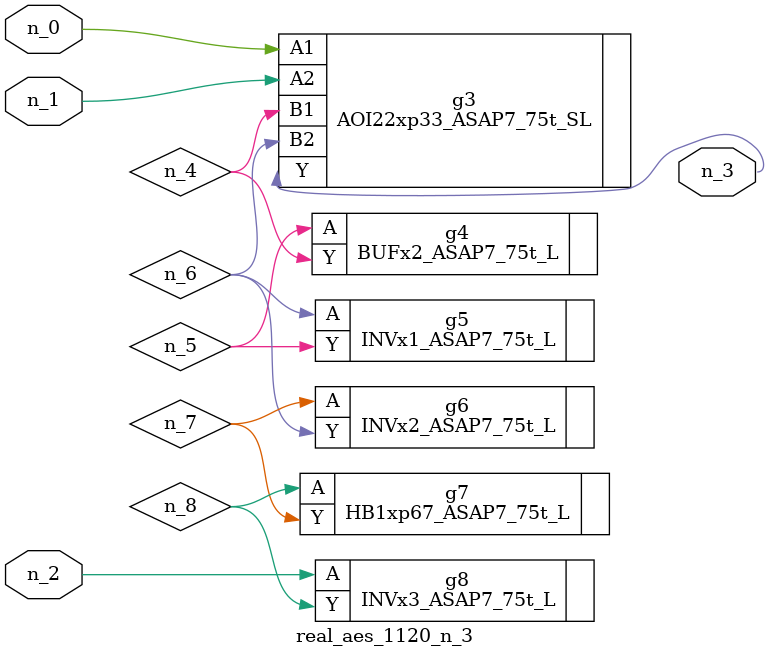
<source format=v>
module real_aes_1120_n_3 (n_0, n_2, n_1, n_3);
input n_0;
input n_2;
input n_1;
output n_3;
wire n_4;
wire n_5;
wire n_7;
wire n_8;
wire n_6;
AOI22xp33_ASAP7_75t_SL g3 ( .A1(n_0), .A2(n_1), .B1(n_4), .B2(n_6), .Y(n_3) );
INVx3_ASAP7_75t_L g8 ( .A(n_2), .Y(n_8) );
BUFx2_ASAP7_75t_L g4 ( .A(n_5), .Y(n_4) );
INVx1_ASAP7_75t_L g5 ( .A(n_6), .Y(n_5) );
INVx2_ASAP7_75t_L g6 ( .A(n_7), .Y(n_6) );
HB1xp67_ASAP7_75t_L g7 ( .A(n_8), .Y(n_7) );
endmodule
</source>
